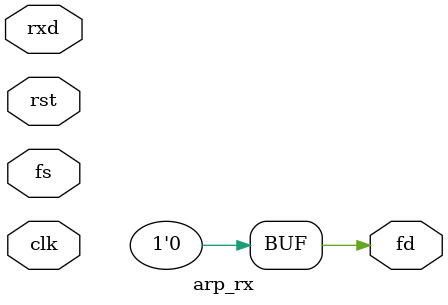
<source format=v>
module arp_rx(
    input clk,
    input rst,

    input fs,
    output fd,

    input [7:0] rxd
);

    assign fd = 1'b0;

endmodule
</source>
